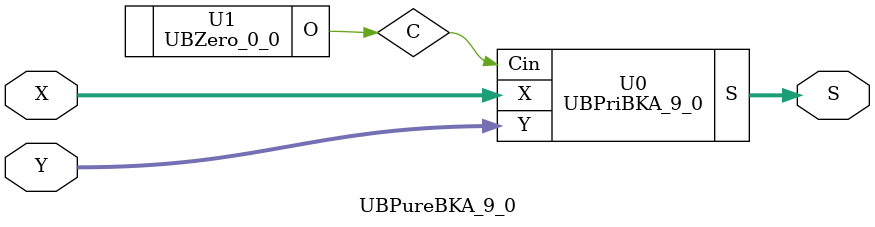
<source format=v>
/*----------------------------------------------------------------------------
  Copyright (c) 2021 Homma laboratory. All rights reserved.

  Top module: UBBKA_9_0_9_0

  Operand-1 length: 10
  Operand-2 length: 10
  Two-operand addition algorithm: Brent-Kung adder
----------------------------------------------------------------------------*/

module GPGenerator(Go, Po, A, B);
  output Go;
  output Po;
  input A;
  input B;
  assign Go = A & B;
  assign Po = A ^ B;
endmodule

module CarryOperator(Go, Po, Gi1, Pi1, Gi2, Pi2);
  output Go;
  output Po;
  input Gi1;
  input Gi2;
  input Pi1;
  input Pi2;
  assign Go = Gi1 | ( Gi2 & Pi1 );
  assign Po = Pi1 & Pi2;
endmodule

module UBPriBKA_9_0(S, X, Y, Cin);
  output [10:0] S;
  input Cin;
  input [9:0] X;
  input [9:0] Y;
  wire [9:0] G0;
  wire [9:0] G1;
  wire [9:0] G2;
  wire [9:0] G3;
  wire [9:0] G4;
  wire [9:0] G5;
  wire [9:0] G6;
  wire [9:0] P0;
  wire [9:0] P1;
  wire [9:0] P2;
  wire [9:0] P3;
  wire [9:0] P4;
  wire [9:0] P5;
  wire [9:0] P6;
  assign P1[0] = P0[0];
  assign G1[0] = G0[0];
  assign P1[2] = P0[2];
  assign G1[2] = G0[2];
  assign P1[4] = P0[4];
  assign G1[4] = G0[4];
  assign P1[6] = P0[6];
  assign G1[6] = G0[6];
  assign P1[8] = P0[8];
  assign G1[8] = G0[8];
  assign P2[0] = P1[0];
  assign G2[0] = G1[0];
  assign P2[1] = P1[1];
  assign G2[1] = G1[1];
  assign P2[2] = P1[2];
  assign G2[2] = G1[2];
  assign P2[4] = P1[4];
  assign G2[4] = G1[4];
  assign P2[5] = P1[5];
  assign G2[5] = G1[5];
  assign P2[6] = P1[6];
  assign G2[6] = G1[6];
  assign P2[8] = P1[8];
  assign G2[8] = G1[8];
  assign P2[9] = P1[9];
  assign G2[9] = G1[9];
  assign P3[0] = P2[0];
  assign G3[0] = G2[0];
  assign P3[1] = P2[1];
  assign G3[1] = G2[1];
  assign P3[2] = P2[2];
  assign G3[2] = G2[2];
  assign P3[3] = P2[3];
  assign G3[3] = G2[3];
  assign P3[4] = P2[4];
  assign G3[4] = G2[4];
  assign P3[5] = P2[5];
  assign G3[5] = G2[5];
  assign P3[6] = P2[6];
  assign G3[6] = G2[6];
  assign P3[8] = P2[8];
  assign G3[8] = G2[8];
  assign P3[9] = P2[9];
  assign G3[9] = G2[9];
  assign P4[0] = P3[0];
  assign G4[0] = G3[0];
  assign P4[1] = P3[1];
  assign G4[1] = G3[1];
  assign P4[2] = P3[2];
  assign G4[2] = G3[2];
  assign P4[3] = P3[3];
  assign G4[3] = G3[3];
  assign P4[4] = P3[4];
  assign G4[4] = G3[4];
  assign P4[5] = P3[5];
  assign G4[5] = G3[5];
  assign P4[6] = P3[6];
  assign G4[6] = G3[6];
  assign P4[7] = P3[7];
  assign G4[7] = G3[7];
  assign P4[8] = P3[8];
  assign G4[8] = G3[8];
  assign P4[9] = P3[9];
  assign G4[9] = G3[9];
  assign P5[0] = P4[0];
  assign G5[0] = G4[0];
  assign P5[1] = P4[1];
  assign G5[1] = G4[1];
  assign P5[2] = P4[2];
  assign G5[2] = G4[2];
  assign P5[3] = P4[3];
  assign G5[3] = G4[3];
  assign P5[4] = P4[4];
  assign G5[4] = G4[4];
  assign P5[6] = P4[6];
  assign G5[6] = G4[6];
  assign P5[7] = P4[7];
  assign G5[7] = G4[7];
  assign P5[8] = P4[8];
  assign G5[8] = G4[8];
  assign P6[0] = P5[0];
  assign G6[0] = G5[0];
  assign P6[1] = P5[1];
  assign G6[1] = G5[1];
  assign P6[3] = P5[3];
  assign G6[3] = G5[3];
  assign P6[5] = P5[5];
  assign G6[5] = G5[5];
  assign P6[7] = P5[7];
  assign G6[7] = G5[7];
  assign P6[9] = P5[9];
  assign G6[9] = G5[9];
  assign S[0] = Cin ^ P0[0];
  assign S[1] = ( G6[0] | ( P6[0] & Cin ) ) ^ P0[1];
  assign S[2] = ( G6[1] | ( P6[1] & Cin ) ) ^ P0[2];
  assign S[3] = ( G6[2] | ( P6[2] & Cin ) ) ^ P0[3];
  assign S[4] = ( G6[3] | ( P6[3] & Cin ) ) ^ P0[4];
  assign S[5] = ( G6[4] | ( P6[4] & Cin ) ) ^ P0[5];
  assign S[6] = ( G6[5] | ( P6[5] & Cin ) ) ^ P0[6];
  assign S[7] = ( G6[6] | ( P6[6] & Cin ) ) ^ P0[7];
  assign S[8] = ( G6[7] | ( P6[7] & Cin ) ) ^ P0[8];
  assign S[9] = ( G6[8] | ( P6[8] & Cin ) ) ^ P0[9];
  assign S[10] = G6[9] | ( P6[9] & Cin );
  GPGenerator U0 (G0[0], P0[0], X[0], Y[0]);
  GPGenerator U1 (G0[1], P0[1], X[1], Y[1]);
  GPGenerator U2 (G0[2], P0[2], X[2], Y[2]);
  GPGenerator U3 (G0[3], P0[3], X[3], Y[3]);
  GPGenerator U4 (G0[4], P0[4], X[4], Y[4]);
  GPGenerator U5 (G0[5], P0[5], X[5], Y[5]);
  GPGenerator U6 (G0[6], P0[6], X[6], Y[6]);
  GPGenerator U7 (G0[7], P0[7], X[7], Y[7]);
  GPGenerator U8 (G0[8], P0[8], X[8], Y[8]);
  GPGenerator U9 (G0[9], P0[9], X[9], Y[9]);
  CarryOperator U10 (G1[1], P1[1], G0[1], P0[1], G0[0], P0[0]);
  CarryOperator U11 (G1[3], P1[3], G0[3], P0[3], G0[2], P0[2]);
  CarryOperator U12 (G1[5], P1[5], G0[5], P0[5], G0[4], P0[4]);
  CarryOperator U13 (G1[7], P1[7], G0[7], P0[7], G0[6], P0[6]);
  CarryOperator U14 (G1[9], P1[9], G0[9], P0[9], G0[8], P0[8]);
  CarryOperator U15 (G2[3], P2[3], G1[3], P1[3], G1[1], P1[1]);
  CarryOperator U16 (G2[7], P2[7], G1[7], P1[7], G1[5], P1[5]);
  CarryOperator U17 (G3[7], P3[7], G2[7], P2[7], G2[3], P2[3]);
  CarryOperator U18 (G5[5], P5[5], G4[5], P4[5], G4[3], P4[3]);
  CarryOperator U19 (G5[9], P5[9], G4[9], P4[9], G4[7], P4[7]);
  CarryOperator U20 (G6[2], P6[2], G5[2], P5[2], G5[1], P5[1]);
  CarryOperator U21 (G6[4], P6[4], G5[4], P5[4], G5[3], P5[3]);
  CarryOperator U22 (G6[6], P6[6], G5[6], P5[6], G5[5], P5[5]);
  CarryOperator U23 (G6[8], P6[8], G5[8], P5[8], G5[7], P5[7]);
endmodule

module UBZero_0_0(O);
  output [0:0] O;
  assign O[0] = 0;
endmodule

module UBBKA_9_0_9_0 (S, X, Y);
  output [10:0] S;
  input [9:0] X;
  input [9:0] Y;
  UBPureBKA_9_0 U0 (S[10:0], X[9:0], Y[9:0]);
endmodule

module UBPureBKA_9_0 (S, X, Y);
  output [10:0] S;
  input [9:0] X;
  input [9:0] Y;
  wire C;
  UBPriBKA_9_0 U0 (S, X, Y, C);
  UBZero_0_0 U1 (C);
endmodule


</source>
